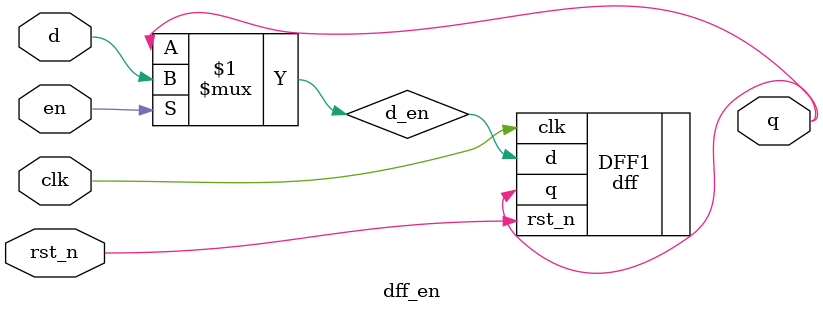
<source format=sv>
/**
* This is the dff module with an enable
*/
module dff_en(
	// Input
	input clk,
	input rst_n,
	input d,
	input en, // enable signal for flip flop
	// Output
	output q
	); 
	
	assign d_en = en ? d : q;
	
	dff DFF1 (.clk(clk),
						.rst_n(rst_n),
						.d(d_en),
						.q(q)
					 );
endmodule

</source>
